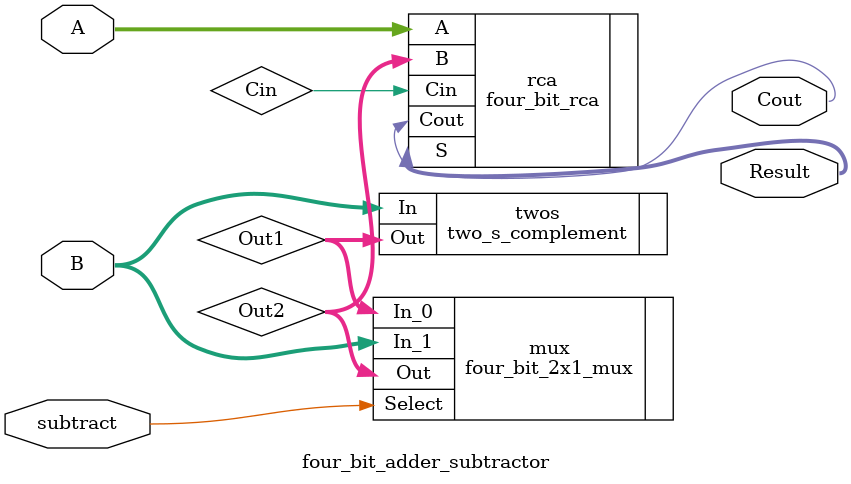
<source format=v>

module four_bit_adder_subtractor(A, B, subtract, Result, Cout);
    input [3:0] A;
    input [3:0] B;
    input subtract;
    output [3:0] Result;
    output Cout;

  wire[3:0] Out1;
  wire[3:0] Out2;
  reg Cin;
   two_s_complement twos(.In(B),.Out(Out1));
   four_bit_2x1_mux mux(.In_1(B),.In_0(Out1),.Select(subtract),.Out(Out2));
   four_bit_rca rca(.A(A),.B(Out2),.Cin(Cin),.S(Result),.Cout(Cout));
endmodule

</source>
